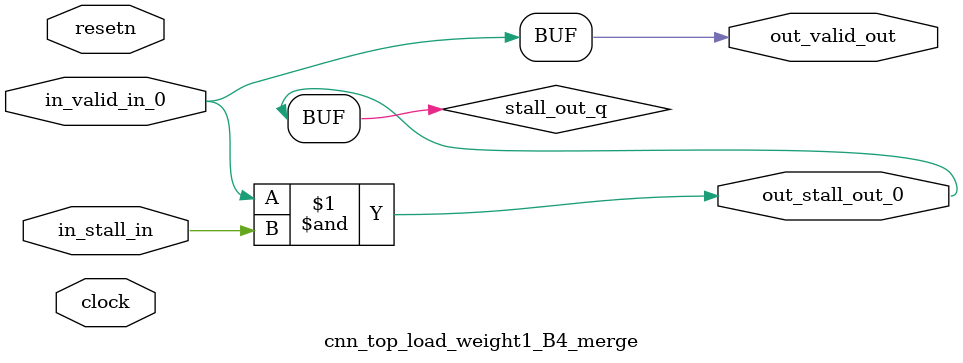
<source format=sv>



(* altera_attribute = "-name AUTO_SHIFT_REGISTER_RECOGNITION OFF; -name MESSAGE_DISABLE 10036; -name MESSAGE_DISABLE 10037; -name MESSAGE_DISABLE 14130; -name MESSAGE_DISABLE 14320; -name MESSAGE_DISABLE 15400; -name MESSAGE_DISABLE 14130; -name MESSAGE_DISABLE 10036; -name MESSAGE_DISABLE 12020; -name MESSAGE_DISABLE 12030; -name MESSAGE_DISABLE 12010; -name MESSAGE_DISABLE 12110; -name MESSAGE_DISABLE 14320; -name MESSAGE_DISABLE 13410; -name MESSAGE_DISABLE 113007; -name MESSAGE_DISABLE 10958" *)
module cnn_top_load_weight1_B4_merge (
    input wire [0:0] in_stall_in,
    input wire [0:0] in_valid_in_0,
    output wire [0:0] out_stall_out_0,
    output wire [0:0] out_valid_out,
    input wire clock,
    input wire resetn
    );

    wire [0:0] stall_out_q;


    // stall_out(LOGICAL,6)
    assign stall_out_q = in_valid_in_0 & in_stall_in;

    // out_stall_out_0(GPOUT,4)
    assign out_stall_out_0 = stall_out_q;

    // out_valid_out(GPOUT,5)
    assign out_valid_out = in_valid_in_0;

endmodule

</source>
